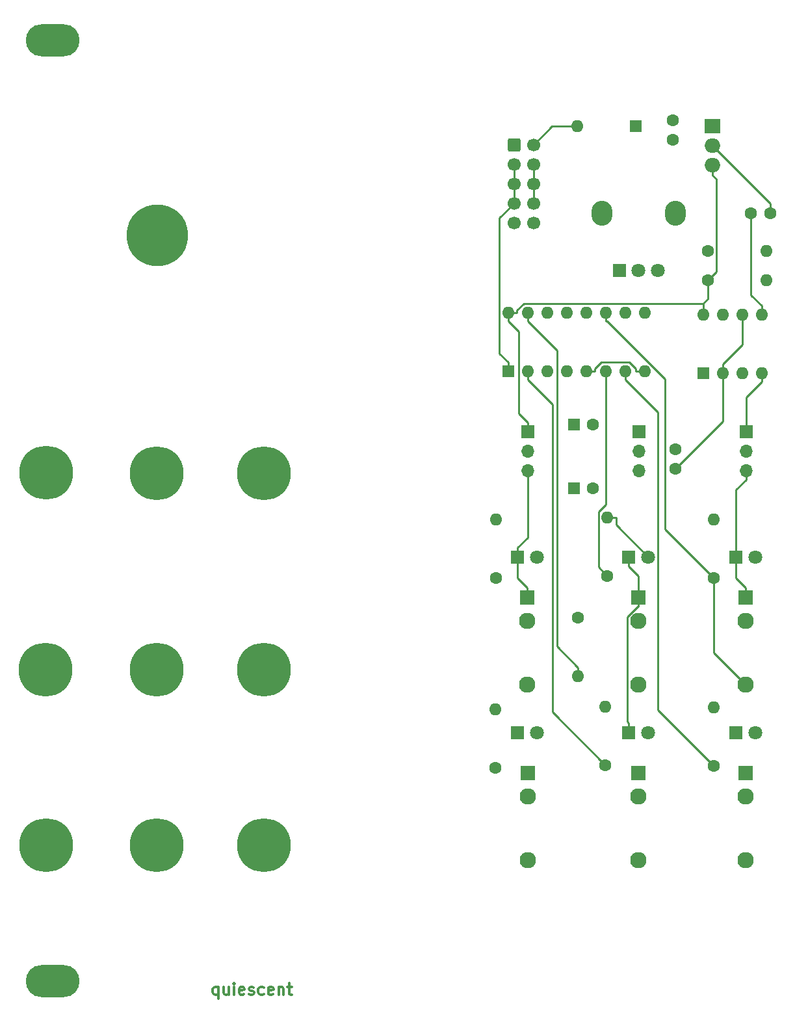
<source format=gbr>
%TF.GenerationSoftware,KiCad,Pcbnew,(6.0.0)*%
%TF.CreationDate,2022-10-15T21:00:10-04:00*%
%TF.ProjectId,bindec,62696e64-6563-42e6-9b69-6361645f7063,rev?*%
%TF.SameCoordinates,Original*%
%TF.FileFunction,Copper,L1,Top*%
%TF.FilePolarity,Positive*%
%FSLAX46Y46*%
G04 Gerber Fmt 4.6, Leading zero omitted, Abs format (unit mm)*
G04 Created by KiCad (PCBNEW (6.0.0)) date 2022-10-15 21:00:10*
%MOMM*%
%LPD*%
G01*
G04 APERTURE LIST*
G04 Aperture macros list*
%AMRoundRect*
0 Rectangle with rounded corners*
0 $1 Rounding radius*
0 $2 $3 $4 $5 $6 $7 $8 $9 X,Y pos of 4 corners*
0 Add a 4 corners polygon primitive as box body*
4,1,4,$2,$3,$4,$5,$6,$7,$8,$9,$2,$3,0*
0 Add four circle primitives for the rounded corners*
1,1,$1+$1,$2,$3*
1,1,$1+$1,$4,$5*
1,1,$1+$1,$6,$7*
1,1,$1+$1,$8,$9*
0 Add four rect primitives between the rounded corners*
20,1,$1+$1,$2,$3,$4,$5,0*
20,1,$1+$1,$4,$5,$6,$7,0*
20,1,$1+$1,$6,$7,$8,$9,0*
20,1,$1+$1,$8,$9,$2,$3,0*%
G04 Aperture macros list end*
%ADD10C,0.300000*%
%TA.AperFunction,NonConductor*%
%ADD11C,0.300000*%
%TD*%
%TA.AperFunction,ComponentPad*%
%ADD12C,7.000000*%
%TD*%
%TA.AperFunction,ComponentPad*%
%ADD13C,1.600000*%
%TD*%
%TA.AperFunction,ComponentPad*%
%ADD14O,1.600000X1.600000*%
%TD*%
%TA.AperFunction,ComponentPad*%
%ADD15R,1.700000X1.700000*%
%TD*%
%TA.AperFunction,ComponentPad*%
%ADD16O,1.700000X1.700000*%
%TD*%
%TA.AperFunction,ComponentPad*%
%ADD17C,8.000000*%
%TD*%
%TA.AperFunction,ComponentPad*%
%ADD18R,1.800000X1.800000*%
%TD*%
%TA.AperFunction,ComponentPad*%
%ADD19C,1.800000*%
%TD*%
%TA.AperFunction,ComponentPad*%
%ADD20R,1.930000X1.830000*%
%TD*%
%TA.AperFunction,ComponentPad*%
%ADD21C,2.130000*%
%TD*%
%TA.AperFunction,ComponentPad*%
%ADD22O,2.720000X3.240000*%
%TD*%
%TA.AperFunction,ComponentPad*%
%ADD23R,1.600000X1.600000*%
%TD*%
%TA.AperFunction,ComponentPad*%
%ADD24R,2.000000X1.905000*%
%TD*%
%TA.AperFunction,ComponentPad*%
%ADD25O,2.000000X1.905000*%
%TD*%
%TA.AperFunction,ComponentPad*%
%ADD26O,7.000000X4.200000*%
%TD*%
%TA.AperFunction,ComponentPad*%
%ADD27RoundRect,0.250000X-0.600000X-0.600000X0.600000X-0.600000X0.600000X0.600000X-0.600000X0.600000X0*%
%TD*%
%TA.AperFunction,ComponentPad*%
%ADD28C,1.700000*%
%TD*%
%TA.AperFunction,Conductor*%
%ADD29C,0.250000*%
%TD*%
G04 APERTURE END LIST*
D10*
D11*
X97750857Y-144331571D02*
X97750857Y-145831571D01*
X97750857Y-145260142D02*
X97608000Y-145331571D01*
X97322285Y-145331571D01*
X97179428Y-145260142D01*
X97108000Y-145188714D01*
X97036571Y-145045857D01*
X97036571Y-144617285D01*
X97108000Y-144474428D01*
X97179428Y-144403000D01*
X97322285Y-144331571D01*
X97608000Y-144331571D01*
X97750857Y-144403000D01*
X99108000Y-144331571D02*
X99108000Y-145331571D01*
X98465142Y-144331571D02*
X98465142Y-145117285D01*
X98536571Y-145260142D01*
X98679428Y-145331571D01*
X98893714Y-145331571D01*
X99036571Y-145260142D01*
X99108000Y-145188714D01*
X99822285Y-145331571D02*
X99822285Y-144331571D01*
X99822285Y-143831571D02*
X99750857Y-143903000D01*
X99822285Y-143974428D01*
X99893714Y-143903000D01*
X99822285Y-143831571D01*
X99822285Y-143974428D01*
X101108000Y-145260142D02*
X100965142Y-145331571D01*
X100679428Y-145331571D01*
X100536571Y-145260142D01*
X100465142Y-145117285D01*
X100465142Y-144545857D01*
X100536571Y-144403000D01*
X100679428Y-144331571D01*
X100965142Y-144331571D01*
X101108000Y-144403000D01*
X101179428Y-144545857D01*
X101179428Y-144688714D01*
X100465142Y-144831571D01*
X101750857Y-145260142D02*
X101893714Y-145331571D01*
X102179428Y-145331571D01*
X102322285Y-145260142D01*
X102393714Y-145117285D01*
X102393714Y-145045857D01*
X102322285Y-144903000D01*
X102179428Y-144831571D01*
X101965142Y-144831571D01*
X101822285Y-144760142D01*
X101750857Y-144617285D01*
X101750857Y-144545857D01*
X101822285Y-144403000D01*
X101965142Y-144331571D01*
X102179428Y-144331571D01*
X102322285Y-144403000D01*
X103679428Y-145260142D02*
X103536571Y-145331571D01*
X103250857Y-145331571D01*
X103108000Y-145260142D01*
X103036571Y-145188714D01*
X102965142Y-145045857D01*
X102965142Y-144617285D01*
X103036571Y-144474428D01*
X103108000Y-144403000D01*
X103250857Y-144331571D01*
X103536571Y-144331571D01*
X103679428Y-144403000D01*
X104893714Y-145260142D02*
X104750857Y-145331571D01*
X104465142Y-145331571D01*
X104322285Y-145260142D01*
X104250857Y-145117285D01*
X104250857Y-144545857D01*
X104322285Y-144403000D01*
X104465142Y-144331571D01*
X104750857Y-144331571D01*
X104893714Y-144403000D01*
X104965142Y-144545857D01*
X104965142Y-144688714D01*
X104250857Y-144831571D01*
X105608000Y-144331571D02*
X105608000Y-145331571D01*
X105608000Y-144474428D02*
X105679428Y-144403000D01*
X105822285Y-144331571D01*
X106036571Y-144331571D01*
X106179428Y-144403000D01*
X106250857Y-144545857D01*
X106250857Y-145331571D01*
X106750857Y-144331571D02*
X107322285Y-144331571D01*
X106965142Y-143831571D02*
X106965142Y-145117285D01*
X107036571Y-145260142D01*
X107179428Y-145331571D01*
X107322285Y-145331571D01*
D12*
%TO.P,REF\u002A\u002A,*%
%TO.N,*%
X89769000Y-77470000D03*
%TD*%
D13*
%TO.P,R2,1*%
%TO.N,Q2*%
X162286000Y-91059000D03*
D14*
%TO.P,R2,2*%
%TO.N,Net-(D3-Pad2)*%
X162286000Y-83439000D03*
%TD*%
D15*
%TO.P,SW3,1,A*%
%TO.N,Net-(C3-Pad2)*%
X152532000Y-72024000D03*
D16*
%TO.P,SW3,2,B*%
%TO.N,GND*%
X152532000Y-74564000D03*
%TO.P,SW3,3,C*%
%TO.N,Net-(C4-Pad2)*%
X152532000Y-77104000D03*
%TD*%
D17*
%TO.P,REF\u002A\u002A,*%
%TO.N,*%
X89789000Y-46482000D03*
%TD*%
D18*
%TO.P,D5,1,K*%
%TO.N,GND*%
X136759000Y-111205000D03*
D19*
%TO.P,D5,2,A*%
%TO.N,Net-(D5-Pad2)*%
X139299000Y-111205000D03*
%TD*%
D13*
%TO.P,C2,1*%
%TO.N,Net-(C2-Pad1)*%
X157333000Y-76815000D03*
%TO.P,C2,2*%
%TO.N,GND*%
X157333000Y-74315000D03*
%TD*%
D18*
%TO.P,D3,1,K*%
%TO.N,GND*%
X165202000Y-88345000D03*
D19*
%TO.P,D3,2,A*%
%TO.N,Net-(D3-Pad2)*%
X167742000Y-88345000D03*
%TD*%
D12*
%TO.P,REF\u002A\u002A,*%
%TO.N,*%
X75291000Y-103020000D03*
%TD*%
D13*
%TO.P,R9,1*%
%TO.N,CARRY*%
X162286000Y-115570000D03*
D14*
%TO.P,R9,2*%
%TO.N,Net-(D7-Pad2)*%
X162286000Y-107950000D03*
%TD*%
D13*
%TO.P,C1,1*%
%TO.N,Net-(C1-Pad1)*%
X156952000Y-31496000D03*
%TO.P,C1,2*%
%TO.N,GND*%
X156952000Y-33996000D03*
%TD*%
D20*
%TO.P,J3,S*%
%TO.N,GND*%
X166477000Y-93599000D03*
D21*
%TO.P,J3,T*%
%TO.N,Q2*%
X166477000Y-104999000D03*
%TO.P,J3,TN*%
%TO.N,N/C*%
X166477000Y-96699000D03*
%TD*%
D15*
%TO.P,SW2,1,A*%
%TO.N,+5V*%
X138054000Y-72024000D03*
D16*
%TO.P,SW2,2,B*%
%TO.N,Net-(SW2-Pad2)*%
X138054000Y-74564000D03*
%TO.P,SW2,3,C*%
%TO.N,GND*%
X138054000Y-77104000D03*
%TD*%
D22*
%TO.P,RV1,*%
%TO.N,*%
X157307000Y-43564000D03*
X147707000Y-43564000D03*
D18*
%TO.P,RV1,1,1*%
%TO.N,Net-(R7-Pad1)*%
X150007000Y-51064000D03*
D19*
%TO.P,RV1,2,2*%
%TO.N,Net-(R6-Pad2)*%
X152507000Y-51064000D03*
%TO.P,RV1,3,3*%
X155007000Y-51064000D03*
%TD*%
D13*
%TO.P,R7,1*%
%TO.N,Net-(R7-Pad1)*%
X161524000Y-48514000D03*
D14*
%TO.P,R7,2*%
%TO.N,Net-(C2-Pad1)*%
X169144000Y-48514000D03*
%TD*%
D13*
%TO.P,R5,1*%
%TO.N,Q3*%
X133838000Y-115824000D03*
D14*
%TO.P,R5,2*%
%TO.N,Net-(D5-Pad2)*%
X133838000Y-108204000D03*
%TD*%
D13*
%TO.P,R6,1*%
%TO.N,+5V*%
X161524000Y-52324000D03*
D14*
%TO.P,R6,2*%
%TO.N,Net-(R6-Pad2)*%
X169144000Y-52324000D03*
%TD*%
D18*
%TO.P,D2,1,K*%
%TO.N,GND*%
X151232000Y-88345000D03*
D19*
%TO.P,D2,2,A*%
%TO.N,Net-(D2-Pad2)*%
X153772000Y-88345000D03*
%TD*%
D20*
%TO.P,J4,S*%
%TO.N,GND*%
X138029000Y-93599000D03*
D21*
%TO.P,J4,T*%
%TO.N,CLOCK_OUT*%
X138029000Y-104999000D03*
%TO.P,J4,TN*%
%TO.N,N/C*%
X138029000Y-96699000D03*
%TD*%
D20*
%TO.P,J7,S*%
%TO.N,GND*%
X166477000Y-116459000D03*
D21*
%TO.P,J7,T*%
%TO.N,CARRY*%
X166477000Y-127859000D03*
%TO.P,J7,TN*%
%TO.N,N/C*%
X166477000Y-119559000D03*
%TD*%
D12*
%TO.P,REF\u002A\u002A,*%
%TO.N,*%
X103739000Y-77455000D03*
%TD*%
D23*
%TO.P,U2,1,PE*%
%TO.N,GND*%
X135504000Y-64125000D03*
D14*
%TO.P,U2,2,Q4*%
%TO.N,Q4*%
X138044000Y-64125000D03*
%TO.P,U2,3,J4*%
%TO.N,unconnected-(U2-Pad3)*%
X140584000Y-64125000D03*
%TO.P,U2,4,J1*%
%TO.N,unconnected-(U2-Pad4)*%
X143124000Y-64125000D03*
%TO.P,U2,5,Cin*%
%TO.N,GND*%
X145664000Y-64125000D03*
%TO.P,U2,6,Q1*%
%TO.N,Q1*%
X148204000Y-64125000D03*
%TO.P,U2,7,Cout*%
%TO.N,CARRY*%
X150744000Y-64125000D03*
%TO.P,U2,8,VSS*%
%TO.N,GND*%
X153284000Y-64125000D03*
%TO.P,U2,9,B/D*%
%TO.N,Net-(SW2-Pad2)*%
X153284000Y-56505000D03*
%TO.P,U2,10,U/D*%
%TO.N,Net-(SW1-Pad2)*%
X150744000Y-56505000D03*
%TO.P,U2,11,Q2*%
%TO.N,Q2*%
X148204000Y-56505000D03*
%TO.P,U2,12,J2*%
%TO.N,unconnected-(U2-Pad12)*%
X145664000Y-56505000D03*
%TO.P,U2,13,J3*%
%TO.N,unconnected-(U2-Pad13)*%
X143124000Y-56505000D03*
%TO.P,U2,14,Q3*%
%TO.N,Q3*%
X140584000Y-56505000D03*
%TO.P,U2,15,CK*%
%TO.N,CLOCK_OUT*%
X138044000Y-56505000D03*
%TO.P,U2,16,VDD*%
%TO.N,+5V*%
X135504000Y-56505000D03*
%TD*%
D23*
%TO.P,U3,1,GND*%
%TO.N,GND*%
X160899000Y-64379000D03*
D14*
%TO.P,U3,2,TR*%
%TO.N,Net-(C2-Pad1)*%
X163439000Y-64379000D03*
%TO.P,U3,3,Q*%
%TO.N,Net-(R3-Pad1)*%
X165979000Y-64379000D03*
%TO.P,U3,4,R*%
%TO.N,+5V*%
X168519000Y-64379000D03*
%TO.P,U3,5,CV*%
%TO.N,Net-(C5-Pad1)*%
X168519000Y-56759000D03*
%TO.P,U3,6,THR*%
%TO.N,Net-(C2-Pad1)*%
X165979000Y-56759000D03*
%TO.P,U3,7,DIS*%
%TO.N,Net-(R6-Pad2)*%
X163439000Y-56759000D03*
%TO.P,U3,8,VCC*%
%TO.N,+5V*%
X160899000Y-56759000D03*
%TD*%
D23*
%TO.P,D1,1,K*%
%TO.N,Net-(C1-Pad1)*%
X152126000Y-32258000D03*
D14*
%TO.P,D1,2,A*%
%TO.N,Net-(D1-Pad2)*%
X144506000Y-32258000D03*
%TD*%
D12*
%TO.P,REF\u002A\u002A,*%
%TO.N,*%
X75311000Y-77343000D03*
%TD*%
%TO.P,REF\u002A\u002A,*%
%TO.N,*%
X103739000Y-125880000D03*
%TD*%
D13*
%TO.P,R8,1*%
%TO.N,Q4*%
X148189000Y-115443000D03*
D14*
%TO.P,R8,2*%
%TO.N,Net-(D6-Pad2)*%
X148189000Y-107823000D03*
%TD*%
D12*
%TO.P,REF\u002A\u002A,*%
%TO.N,*%
X89769000Y-103020000D03*
%TD*%
D20*
%TO.P,J6,S*%
%TO.N,GND*%
X152507000Y-116459000D03*
D21*
%TO.P,J6,T*%
%TO.N,Q4*%
X152507000Y-127859000D03*
%TO.P,J6,TN*%
%TO.N,N/C*%
X152507000Y-119559000D03*
%TD*%
D13*
%TO.P,R3,1*%
%TO.N,Net-(R3-Pad1)*%
X144633000Y-96266000D03*
D14*
%TO.P,R3,2*%
%TO.N,CLOCK_OUT*%
X144633000Y-103886000D03*
%TD*%
D12*
%TO.P,REF\u002A\u002A,*%
%TO.N,*%
X75296000Y-125857000D03*
%TD*%
D24*
%TO.P,U1,1,IN*%
%TO.N,Net-(C1-Pad1)*%
X162103000Y-32258000D03*
D25*
%TO.P,U1,2,GND*%
%TO.N,GND*%
X162103000Y-34798000D03*
%TO.P,U1,3,OUT*%
%TO.N,+5V*%
X162103000Y-37338000D03*
%TD*%
D26*
%TO.P,REF\u002A\u002A,*%
%TO.N,*%
X76207000Y-143534000D03*
X76207000Y-21034000D03*
%TD*%
D23*
%TO.P,C3,1*%
%TO.N,Net-(C2-Pad1)*%
X144062900Y-71120000D03*
D13*
%TO.P,C3,2*%
%TO.N,Net-(C3-Pad2)*%
X146562900Y-71120000D03*
%TD*%
D18*
%TO.P,D4,1,K*%
%TO.N,GND*%
X136754000Y-88345000D03*
D19*
%TO.P,D4,2,A*%
%TO.N,Net-(D4-Pad2)*%
X139294000Y-88345000D03*
%TD*%
D12*
%TO.P,REF\u002A\u002A,*%
%TO.N,*%
X89769000Y-125880000D03*
%TD*%
D20*
%TO.P,J5,S*%
%TO.N,GND*%
X138034000Y-116459000D03*
D21*
%TO.P,J5,T*%
%TO.N,Q3*%
X138034000Y-127859000D03*
%TO.P,J5,TN*%
%TO.N,N/C*%
X138034000Y-119559000D03*
%TD*%
D13*
%TO.P,R4,1*%
%TO.N,Net-(D4-Pad2)*%
X133965000Y-91059000D03*
D14*
%TO.P,R4,2*%
%TO.N,Net-(R3-Pad1)*%
X133965000Y-83439000D03*
%TD*%
D15*
%TO.P,SW1,1,A*%
%TO.N,+5V*%
X166502000Y-72009000D03*
D16*
%TO.P,SW1,2,B*%
%TO.N,Net-(SW1-Pad2)*%
X166502000Y-74549000D03*
%TO.P,SW1,3,C*%
%TO.N,GND*%
X166502000Y-77089000D03*
%TD*%
D12*
%TO.P,REF\u002A\u002A,*%
%TO.N,*%
X103739000Y-103020000D03*
%TD*%
D18*
%TO.P,D6,1,K*%
%TO.N,GND*%
X151232000Y-111205000D03*
D19*
%TO.P,D6,2,A*%
%TO.N,Net-(D6-Pad2)*%
X153772000Y-111205000D03*
%TD*%
D20*
%TO.P,J2,S*%
%TO.N,GND*%
X152507000Y-93599000D03*
D21*
%TO.P,J2,T*%
%TO.N,Q1*%
X152507000Y-104999000D03*
%TO.P,J2,TN*%
%TO.N,N/C*%
X152507000Y-96699000D03*
%TD*%
D13*
%TO.P,C5,1*%
%TO.N,Net-(C5-Pad1)*%
X167132000Y-43561000D03*
%TO.P,C5,2*%
%TO.N,GND*%
X169632000Y-43561000D03*
%TD*%
D23*
%TO.P,C4,1*%
%TO.N,Net-(C2-Pad1)*%
X144062900Y-79375000D03*
D13*
%TO.P,C4,2*%
%TO.N,Net-(C4-Pad2)*%
X146562900Y-79375000D03*
%TD*%
D18*
%TO.P,D7,1,K*%
%TO.N,GND*%
X165202000Y-111205000D03*
D19*
%TO.P,D7,2,A*%
%TO.N,Net-(D7-Pad2)*%
X167742000Y-111205000D03*
%TD*%
D13*
%TO.P,R1,1*%
%TO.N,Q1*%
X148443000Y-90805000D03*
D14*
%TO.P,R1,2*%
%TO.N,Net-(D2-Pad2)*%
X148443000Y-83185000D03*
%TD*%
D27*
%TO.P,J1,1,Pin_1*%
%TO.N,Net-(D1-Pad2)*%
X136260500Y-34671000D03*
D28*
%TO.P,J1,2,Pin_2*%
X138800500Y-34671000D03*
%TO.P,J1,3,Pin_3*%
%TO.N,GND*%
X136260500Y-37211000D03*
%TO.P,J1,4,Pin_4*%
X138800500Y-37211000D03*
%TO.P,J1,5,Pin_5*%
X136260500Y-39751000D03*
%TO.P,J1,6,Pin_6*%
X138800500Y-39751000D03*
%TO.P,J1,7,Pin_7*%
X136260500Y-42291000D03*
%TO.P,J1,8,Pin_8*%
X138800500Y-42291000D03*
%TO.P,J1,9,Pin_9*%
%TO.N,unconnected-(J1-Pad9)*%
X136260500Y-44831000D03*
%TO.P,J1,10,Pin_10*%
%TO.N,unconnected-(J1-Pad10)*%
X138800500Y-44831000D03*
%TD*%
D29*
%TO.N,GND*%
X151232000Y-88345000D02*
X151232000Y-89570300D01*
X136754000Y-91083700D02*
X138029000Y-92358700D01*
X134378700Y-44172800D02*
X134378700Y-61874400D01*
X162103000Y-34798000D02*
X169632000Y-42327000D01*
X165202000Y-88345000D02*
X165202000Y-79564300D01*
X166502000Y-77089000D02*
X166502000Y-78264300D01*
X151314700Y-62999700D02*
X147633200Y-62999700D01*
X136260500Y-42291000D02*
X136260500Y-39751000D01*
X169632000Y-42327000D02*
X169632000Y-43561000D01*
X135504000Y-64125000D02*
X135504000Y-62999700D01*
X151232000Y-111205000D02*
X151232000Y-109979700D01*
X136260500Y-39751000D02*
X136260500Y-37211000D01*
X152507000Y-90845300D02*
X151232000Y-89570300D01*
X134378700Y-61874400D02*
X135504000Y-62999700D01*
X165202000Y-79564300D02*
X166502000Y-78264300D01*
X152158700Y-64125000D02*
X152158700Y-63843700D01*
X152352000Y-94839300D02*
X152507000Y-94839300D01*
X166477000Y-93599000D02*
X166477000Y-92358700D01*
X151069000Y-109816700D02*
X151069000Y-96122300D01*
X136754000Y-88345000D02*
X136754000Y-87119700D01*
X147633200Y-62999700D02*
X146789300Y-63843600D01*
X166477000Y-92358700D02*
X165202000Y-91083700D01*
X151232000Y-109979700D02*
X151069000Y-109816700D01*
X152507000Y-93599000D02*
X152507000Y-94839300D01*
X138054000Y-85819700D02*
X136754000Y-87119700D01*
X145664000Y-64125000D02*
X146789300Y-64125000D01*
X138029000Y-93599000D02*
X138029000Y-92358700D01*
X152158700Y-63843700D02*
X151314700Y-62999700D01*
X152507000Y-93599000D02*
X152507000Y-90845300D01*
X136754000Y-88345000D02*
X136754000Y-91083700D01*
X138054000Y-77104000D02*
X138054000Y-85819700D01*
X153284000Y-64125000D02*
X152158700Y-64125000D01*
X136260500Y-42291000D02*
X134378700Y-44172800D01*
X138800500Y-42291000D02*
X138800500Y-39751000D01*
X138800500Y-39751000D02*
X138800500Y-37211000D01*
X146789300Y-63843600D02*
X146789300Y-64125000D01*
X165202000Y-91083700D02*
X165202000Y-88345000D01*
X151069000Y-96122300D02*
X152352000Y-94839300D01*
%TO.N,Net-(C2-Pad1)*%
X163439000Y-70709000D02*
X163439000Y-64379000D01*
X163439000Y-64379000D02*
X163439000Y-63253700D01*
X165979000Y-60713700D02*
X165979000Y-56759000D01*
X157333000Y-76815000D02*
X163439000Y-70709000D01*
X163439000Y-63253700D02*
X165979000Y-60713700D01*
%TO.N,Net-(C5-Pad1)*%
X168519000Y-56759000D02*
X168519000Y-55633700D01*
X167132000Y-54246700D02*
X168519000Y-55633700D01*
X167132000Y-43561000D02*
X167132000Y-54246700D01*
%TO.N,Net-(D1-Pad2)*%
X138800500Y-34671000D02*
X141213500Y-32258000D01*
X141213500Y-32258000D02*
X144506000Y-32258000D01*
%TO.N,Net-(D2-Pad2)*%
X148443000Y-83185000D02*
X149568300Y-83185000D01*
X149568300Y-84141300D02*
X153772000Y-88345000D01*
X149568300Y-83185000D02*
X149568300Y-84141300D01*
%TO.N,Q1*%
X147305700Y-82442200D02*
X148204000Y-81543900D01*
X148443000Y-90805000D02*
X147305700Y-89667700D01*
X147305700Y-89667700D02*
X147305700Y-82442200D01*
X148204000Y-81543900D02*
X148204000Y-64125000D01*
%TO.N,Q2*%
X162286000Y-100808000D02*
X162286000Y-91059000D01*
X166477000Y-104999000D02*
X162286000Y-100808000D01*
X155953100Y-84726100D02*
X162286000Y-91059000D01*
X155953100Y-65168400D02*
X155953100Y-84726100D01*
X148204000Y-56505000D02*
X148204000Y-57630300D01*
X148415000Y-57630300D02*
X155953100Y-65168400D01*
X148204000Y-57630300D02*
X148415000Y-57630300D01*
%TO.N,CLOCK_OUT*%
X138044000Y-56505000D02*
X138044000Y-57630300D01*
X141859500Y-61445800D02*
X141859500Y-99987200D01*
X144633000Y-103886000D02*
X144633000Y-102760700D01*
X141859500Y-99987200D02*
X144633000Y-102760700D01*
X138044000Y-57630300D02*
X141859500Y-61445800D01*
%TO.N,Q4*%
X138044000Y-65250300D02*
X141250200Y-68456500D01*
X141250200Y-68456500D02*
X141250200Y-108504200D01*
X138044000Y-64125000D02*
X138044000Y-65250300D01*
X141250200Y-108504200D02*
X148189000Y-115443000D01*
%TO.N,CARRY*%
X154997400Y-69503700D02*
X154997400Y-108281400D01*
X154997400Y-108281400D02*
X162286000Y-115570000D01*
X150744000Y-64125000D02*
X150744000Y-65250300D01*
X150744000Y-65250300D02*
X154997400Y-69503700D01*
%TO.N,+5V*%
X166502000Y-67521300D02*
X168519000Y-65504300D01*
X162103000Y-38615800D02*
X162650800Y-39163600D01*
X161524000Y-52324000D02*
X161524000Y-54681800D01*
X135504000Y-57630300D02*
X136878700Y-59005000D01*
X135504000Y-56505000D02*
X136629300Y-56505000D01*
X161524000Y-54681800D02*
X160899000Y-55306800D01*
X136878700Y-59005000D02*
X136878700Y-69673400D01*
X162650800Y-39163600D02*
X162650800Y-51197200D01*
X166502000Y-72009000D02*
X166502000Y-67521300D01*
X136629300Y-56223700D02*
X136629300Y-56505000D01*
X137546200Y-55306800D02*
X136629300Y-56223700D01*
X135504000Y-56505000D02*
X135504000Y-57630300D01*
X160899000Y-55633700D02*
X160899000Y-55306800D01*
X162103000Y-37338000D02*
X162103000Y-38615800D01*
X136878700Y-69673400D02*
X138054000Y-70848700D01*
X138054000Y-72024000D02*
X138054000Y-70848700D01*
X168519000Y-64379000D02*
X168519000Y-65504300D01*
X160899000Y-55306800D02*
X137546200Y-55306800D01*
X162650800Y-51197200D02*
X161524000Y-52324000D01*
X160899000Y-56759000D02*
X160899000Y-55633700D01*
%TD*%
M02*

</source>
